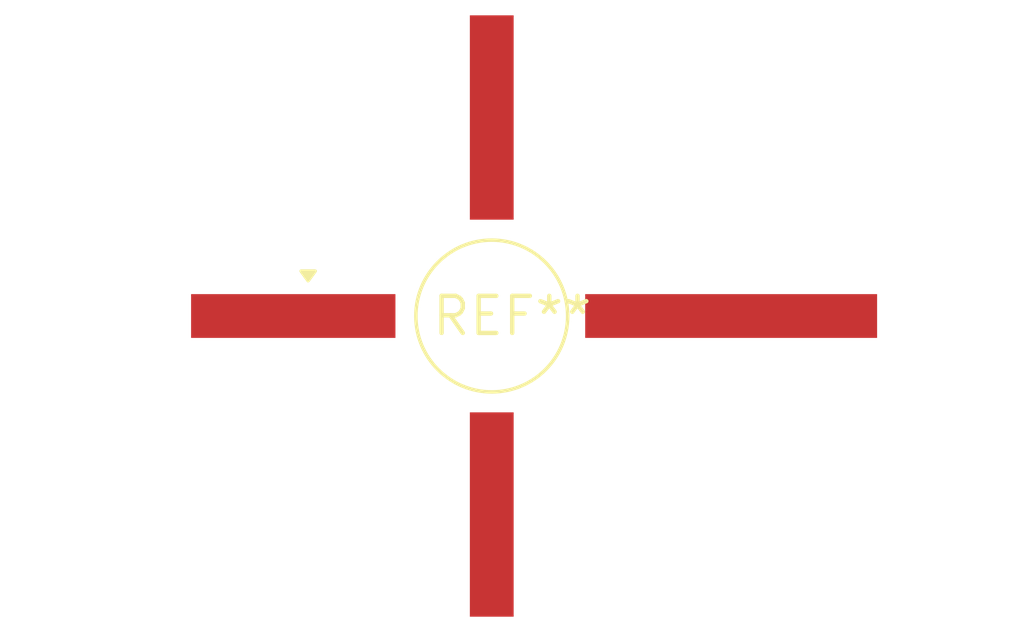
<source format=kicad_pcb>
(kicad_pcb (version 20240108) (generator pcbnew)
  (layers (0 "F.Cu" signal) (31 "B.Cu" signal) (34 "B.Paste" user) (35 "F.Paste" user) (36 "B.SilkS" user "B.Silkscreen") (37 "F.SilkS" user "F.Silkscreen") (38 "B.Mask" user) (39 "F.Mask" user) (44 "Edge.Cuts" user))
  (net 0 "")
  (footprint "TO-50-4_LongPad-NoHole_Housing" (layer "F.Cu") (at 0 0)
    (property "Reference" "REF**")
    (property "Value" "TO-50-4_LongPad-NoHole_Housing")
    (fp_circle (center -0.7 0) (end -0.7 -2.6) (layer "F.SilkS") (stroke (width 0.12)) (fill none))
    (fp_poly (pts (xy -6.99 -1.21) (xy -7.23 -1.54) (xy -6.75 -1.54) (xy -6.99 -1.21)) (layer "F.SilkS") (stroke (width 0.12)) (fill solid))
    (pad "1" smd rect (at -7.5 0 270) (size 1.5 7) (layers "F.Cu" "F.Paste" "F.Mask"))
    (pad "2" smd rect (at -0.7 6.8 270) (size 7 1.5) (layers "F.Cu" "F.Paste" "F.Mask"))
    (pad "3" smd rect (at 7.5 0 270) (size 1.5 10) (layers "F.Cu" "F.Paste" "F.Mask"))
    (pad "4" smd rect (at -0.7 -6.8 270) (size 7 1.5) (layers "F.Cu" "F.Paste" "F.Mask"))
  )
)
</source>
